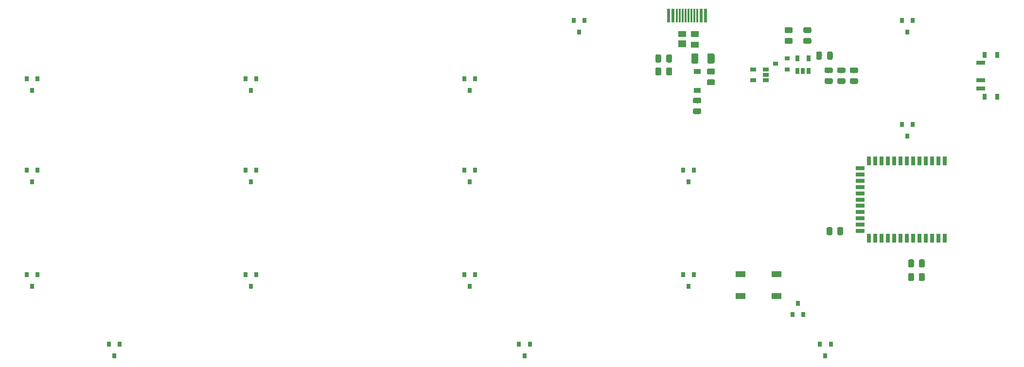
<source format=gbr>
G04 #@! TF.GenerationSoftware,KiCad,Pcbnew,(5.1.4-0)*
G04 #@! TF.CreationDate,2021-05-12T17:49:12+10:00*
G04 #@! TF.ProjectId,ble,626c652e-6b69-4636-9164-5f7063625858,rev?*
G04 #@! TF.SameCoordinates,Original*
G04 #@! TF.FileFunction,Paste,Bot*
G04 #@! TF.FilePolarity,Positive*
%FSLAX46Y46*%
G04 Gerber Fmt 4.6, Leading zero omitted, Abs format (unit mm)*
G04 Created by KiCad (PCBNEW (5.1.4-0)) date 2021-05-12 17:49:12*
%MOMM*%
%LPD*%
G04 APERTURE LIST*
%ADD10R,1.700000X1.000000*%
%ADD11R,0.700000X1.524000*%
%ADD12R,1.524000X0.700000*%
%ADD13R,1.400000X1.000000*%
%ADD14R,1.400000X1.200000*%
%ADD15R,0.800000X0.900000*%
%ADD16C,0.200000*%
%ADD17C,0.975000*%
%ADD18R,0.800000X1.000000*%
%ADD19R,1.500000X0.700000*%
%ADD20R,0.600000X2.450000*%
%ADD21R,0.300000X2.450000*%
%ADD22R,0.650000X1.060000*%
%ADD23R,1.060000X0.650000*%
%ADD24R,0.900000X0.800000*%
%ADD25C,1.250000*%
%ADD26R,1.200000X0.900000*%
G04 APERTURE END LIST*
D10*
X139150000Y-41600000D03*
X132850000Y-41600000D03*
X139150000Y-45400000D03*
X132850000Y-45400000D03*
D11*
X168418750Y-21825000D03*
X167318750Y-21825000D03*
X166218750Y-21825000D03*
X165118750Y-21825000D03*
X164018750Y-21825000D03*
X162918750Y-21825000D03*
X161818750Y-21825000D03*
X160718750Y-21825000D03*
X159618750Y-21825000D03*
X158518750Y-21825000D03*
X157418750Y-21825000D03*
X156318750Y-21825000D03*
X155218750Y-21825000D03*
D12*
X153718750Y-23075000D03*
X153718750Y-24175000D03*
X153718750Y-25275000D03*
X153718750Y-26375000D03*
X153718750Y-27475000D03*
X153718750Y-28575000D03*
X153718750Y-29675000D03*
X153718750Y-30775000D03*
X153718750Y-31875000D03*
X153718750Y-32975000D03*
X153718750Y-34075000D03*
D11*
X155218750Y-35325000D03*
X156318750Y-35325000D03*
X157418750Y-35325000D03*
X158518750Y-35325000D03*
X159618750Y-35325000D03*
X160718750Y-35325000D03*
X161818750Y-35325000D03*
X162918750Y-35325000D03*
X164018750Y-35325000D03*
X165118750Y-35325000D03*
X166218750Y-35325000D03*
X167318750Y-35325000D03*
X168418750Y-35325000D03*
D13*
X124925000Y-1625000D03*
X124925000Y275000D03*
X122725000Y275000D03*
D14*
X122725000Y-1445000D03*
D15*
X104775000Y587500D03*
X105725000Y2587500D03*
X103825000Y2587500D03*
D16*
G36*
X141730142Y1423826D02*
G01*
X141753803Y1420316D01*
X141777007Y1414504D01*
X141799529Y1406446D01*
X141821153Y1396218D01*
X141841670Y1383921D01*
X141860883Y1369671D01*
X141878607Y1353607D01*
X141894671Y1335883D01*
X141908921Y1316670D01*
X141921218Y1296153D01*
X141931446Y1274529D01*
X141939504Y1252007D01*
X141945316Y1228803D01*
X141948826Y1205142D01*
X141950000Y1181250D01*
X141950000Y693750D01*
X141948826Y669858D01*
X141945316Y646197D01*
X141939504Y622993D01*
X141931446Y600471D01*
X141921218Y578847D01*
X141908921Y558330D01*
X141894671Y539117D01*
X141878607Y521393D01*
X141860883Y505329D01*
X141841670Y491079D01*
X141821153Y478782D01*
X141799529Y468554D01*
X141777007Y460496D01*
X141753803Y454684D01*
X141730142Y451174D01*
X141706250Y450000D01*
X140793750Y450000D01*
X140769858Y451174D01*
X140746197Y454684D01*
X140722993Y460496D01*
X140700471Y468554D01*
X140678847Y478782D01*
X140658330Y491079D01*
X140639117Y505329D01*
X140621393Y521393D01*
X140605329Y539117D01*
X140591079Y558330D01*
X140578782Y578847D01*
X140568554Y600471D01*
X140560496Y622993D01*
X140554684Y646197D01*
X140551174Y669858D01*
X140550000Y693750D01*
X140550000Y1181250D01*
X140551174Y1205142D01*
X140554684Y1228803D01*
X140560496Y1252007D01*
X140568554Y1274529D01*
X140578782Y1296153D01*
X140591079Y1316670D01*
X140605329Y1335883D01*
X140621393Y1353607D01*
X140639117Y1369671D01*
X140658330Y1383921D01*
X140678847Y1396218D01*
X140700471Y1406446D01*
X140722993Y1414504D01*
X140746197Y1420316D01*
X140769858Y1423826D01*
X140793750Y1425000D01*
X141706250Y1425000D01*
X141730142Y1423826D01*
X141730142Y1423826D01*
G37*
D17*
X141250000Y937500D03*
D16*
G36*
X141730142Y-451174D02*
G01*
X141753803Y-454684D01*
X141777007Y-460496D01*
X141799529Y-468554D01*
X141821153Y-478782D01*
X141841670Y-491079D01*
X141860883Y-505329D01*
X141878607Y-521393D01*
X141894671Y-539117D01*
X141908921Y-558330D01*
X141921218Y-578847D01*
X141931446Y-600471D01*
X141939504Y-622993D01*
X141945316Y-646197D01*
X141948826Y-669858D01*
X141950000Y-693750D01*
X141950000Y-1181250D01*
X141948826Y-1205142D01*
X141945316Y-1228803D01*
X141939504Y-1252007D01*
X141931446Y-1274529D01*
X141921218Y-1296153D01*
X141908921Y-1316670D01*
X141894671Y-1335883D01*
X141878607Y-1353607D01*
X141860883Y-1369671D01*
X141841670Y-1383921D01*
X141821153Y-1396218D01*
X141799529Y-1406446D01*
X141777007Y-1414504D01*
X141753803Y-1420316D01*
X141730142Y-1423826D01*
X141706250Y-1425000D01*
X140793750Y-1425000D01*
X140769858Y-1423826D01*
X140746197Y-1420316D01*
X140722993Y-1414504D01*
X140700471Y-1406446D01*
X140678847Y-1396218D01*
X140658330Y-1383921D01*
X140639117Y-1369671D01*
X140621393Y-1353607D01*
X140605329Y-1335883D01*
X140591079Y-1316670D01*
X140578782Y-1296153D01*
X140568554Y-1274529D01*
X140560496Y-1252007D01*
X140554684Y-1228803D01*
X140551174Y-1205142D01*
X140550000Y-1181250D01*
X140550000Y-693750D01*
X140551174Y-669858D01*
X140554684Y-646197D01*
X140560496Y-622993D01*
X140568554Y-600471D01*
X140578782Y-578847D01*
X140591079Y-558330D01*
X140605329Y-539117D01*
X140621393Y-521393D01*
X140639117Y-505329D01*
X140658330Y-491079D01*
X140678847Y-478782D01*
X140700471Y-468554D01*
X140722993Y-460496D01*
X140746197Y-454684D01*
X140769858Y-451174D01*
X140793750Y-450000D01*
X141706250Y-450000D01*
X141730142Y-451174D01*
X141730142Y-451174D01*
G37*
D17*
X141250000Y-937500D03*
D18*
X175370000Y-3350000D03*
X175370000Y-10650000D03*
X177580000Y-10650000D03*
X177580000Y-3350000D03*
D19*
X174720000Y-9250000D03*
X174720000Y-7750000D03*
X174720000Y-4750000D03*
D15*
X147637500Y-55768750D03*
X148587500Y-53768750D03*
X146687500Y-53768750D03*
X95250000Y-55768750D03*
X96200000Y-53768750D03*
X94300000Y-53768750D03*
X23812500Y-55768750D03*
X24762500Y-53768750D03*
X22862500Y-53768750D03*
X142875000Y-46625000D03*
X141925000Y-48625000D03*
X143825000Y-48625000D03*
X123825000Y-43656250D03*
X124775000Y-41656250D03*
X122875000Y-41656250D03*
X85725000Y-43656250D03*
X86675000Y-41656250D03*
X84775000Y-41656250D03*
X47625000Y-43656250D03*
X48575000Y-41656250D03*
X46675000Y-41656250D03*
X9525000Y-43656250D03*
X10475000Y-41656250D03*
X8575000Y-41656250D03*
X161925000Y-17510000D03*
X162875000Y-15510000D03*
X160975000Y-15510000D03*
X123825000Y-25460000D03*
X124775000Y-23460000D03*
X122875000Y-23460000D03*
X85725000Y-25460000D03*
X86675000Y-23460000D03*
X84775000Y-23460000D03*
X47625000Y-25460000D03*
X48575000Y-23460000D03*
X46675000Y-23460000D03*
X9525000Y-25475000D03*
X10475000Y-23475000D03*
X8575000Y-23475000D03*
X161925000Y587500D03*
X162875000Y2587500D03*
X160975000Y2587500D03*
X85725000Y-9525000D03*
X86675000Y-7525000D03*
X84775000Y-7525000D03*
X47625000Y-9525000D03*
X48575000Y-7525000D03*
X46675000Y-7525000D03*
X9525000Y-9525000D03*
X10475000Y-7525000D03*
X8575000Y-7525000D03*
D20*
X126795000Y3475000D03*
X120345000Y3475000D03*
X126020000Y3475000D03*
X121120000Y3475000D03*
D21*
X121820000Y3475000D03*
X125320000Y3475000D03*
X122320000Y3475000D03*
X124820000Y3475000D03*
X122820000Y3475000D03*
X124320000Y3475000D03*
X123820000Y3475000D03*
X123320000Y3475000D03*
D22*
X144700000Y-4000000D03*
X142800000Y-4000000D03*
X142800000Y-6200000D03*
X143750000Y-6200000D03*
X144700000Y-6200000D03*
D23*
X135050000Y-5900000D03*
X135050000Y-7800000D03*
X137250000Y-7800000D03*
X137250000Y-6850000D03*
X137250000Y-5900000D03*
D16*
G36*
X164717642Y-41369924D02*
G01*
X164741303Y-41373434D01*
X164764507Y-41379246D01*
X164787029Y-41387304D01*
X164808653Y-41397532D01*
X164829170Y-41409829D01*
X164848383Y-41424079D01*
X164866107Y-41440143D01*
X164882171Y-41457867D01*
X164896421Y-41477080D01*
X164908718Y-41497597D01*
X164918946Y-41519221D01*
X164927004Y-41541743D01*
X164932816Y-41564947D01*
X164936326Y-41588608D01*
X164937500Y-41612500D01*
X164937500Y-42525000D01*
X164936326Y-42548892D01*
X164932816Y-42572553D01*
X164927004Y-42595757D01*
X164918946Y-42618279D01*
X164908718Y-42639903D01*
X164896421Y-42660420D01*
X164882171Y-42679633D01*
X164866107Y-42697357D01*
X164848383Y-42713421D01*
X164829170Y-42727671D01*
X164808653Y-42739968D01*
X164787029Y-42750196D01*
X164764507Y-42758254D01*
X164741303Y-42764066D01*
X164717642Y-42767576D01*
X164693750Y-42768750D01*
X164206250Y-42768750D01*
X164182358Y-42767576D01*
X164158697Y-42764066D01*
X164135493Y-42758254D01*
X164112971Y-42750196D01*
X164091347Y-42739968D01*
X164070830Y-42727671D01*
X164051617Y-42713421D01*
X164033893Y-42697357D01*
X164017829Y-42679633D01*
X164003579Y-42660420D01*
X163991282Y-42639903D01*
X163981054Y-42618279D01*
X163972996Y-42595757D01*
X163967184Y-42572553D01*
X163963674Y-42548892D01*
X163962500Y-42525000D01*
X163962500Y-41612500D01*
X163963674Y-41588608D01*
X163967184Y-41564947D01*
X163972996Y-41541743D01*
X163981054Y-41519221D01*
X163991282Y-41497597D01*
X164003579Y-41477080D01*
X164017829Y-41457867D01*
X164033893Y-41440143D01*
X164051617Y-41424079D01*
X164070830Y-41409829D01*
X164091347Y-41397532D01*
X164112971Y-41387304D01*
X164135493Y-41379246D01*
X164158697Y-41373434D01*
X164182358Y-41369924D01*
X164206250Y-41368750D01*
X164693750Y-41368750D01*
X164717642Y-41369924D01*
X164717642Y-41369924D01*
G37*
D17*
X164450000Y-42068750D03*
D16*
G36*
X162842642Y-41369924D02*
G01*
X162866303Y-41373434D01*
X162889507Y-41379246D01*
X162912029Y-41387304D01*
X162933653Y-41397532D01*
X162954170Y-41409829D01*
X162973383Y-41424079D01*
X162991107Y-41440143D01*
X163007171Y-41457867D01*
X163021421Y-41477080D01*
X163033718Y-41497597D01*
X163043946Y-41519221D01*
X163052004Y-41541743D01*
X163057816Y-41564947D01*
X163061326Y-41588608D01*
X163062500Y-41612500D01*
X163062500Y-42525000D01*
X163061326Y-42548892D01*
X163057816Y-42572553D01*
X163052004Y-42595757D01*
X163043946Y-42618279D01*
X163033718Y-42639903D01*
X163021421Y-42660420D01*
X163007171Y-42679633D01*
X162991107Y-42697357D01*
X162973383Y-42713421D01*
X162954170Y-42727671D01*
X162933653Y-42739968D01*
X162912029Y-42750196D01*
X162889507Y-42758254D01*
X162866303Y-42764066D01*
X162842642Y-42767576D01*
X162818750Y-42768750D01*
X162331250Y-42768750D01*
X162307358Y-42767576D01*
X162283697Y-42764066D01*
X162260493Y-42758254D01*
X162237971Y-42750196D01*
X162216347Y-42739968D01*
X162195830Y-42727671D01*
X162176617Y-42713421D01*
X162158893Y-42697357D01*
X162142829Y-42679633D01*
X162128579Y-42660420D01*
X162116282Y-42639903D01*
X162106054Y-42618279D01*
X162097996Y-42595757D01*
X162092184Y-42572553D01*
X162088674Y-42548892D01*
X162087500Y-42525000D01*
X162087500Y-41612500D01*
X162088674Y-41588608D01*
X162092184Y-41564947D01*
X162097996Y-41541743D01*
X162106054Y-41519221D01*
X162116282Y-41497597D01*
X162128579Y-41477080D01*
X162142829Y-41457867D01*
X162158893Y-41440143D01*
X162176617Y-41424079D01*
X162195830Y-41409829D01*
X162216347Y-41397532D01*
X162237971Y-41387304D01*
X162260493Y-41379246D01*
X162283697Y-41373434D01*
X162307358Y-41369924D01*
X162331250Y-41368750D01*
X162818750Y-41368750D01*
X162842642Y-41369924D01*
X162842642Y-41369924D01*
G37*
D17*
X162575000Y-42068750D03*
D16*
G36*
X153110142Y-7451174D02*
G01*
X153133803Y-7454684D01*
X153157007Y-7460496D01*
X153179529Y-7468554D01*
X153201153Y-7478782D01*
X153221670Y-7491079D01*
X153240883Y-7505329D01*
X153258607Y-7521393D01*
X153274671Y-7539117D01*
X153288921Y-7558330D01*
X153301218Y-7578847D01*
X153311446Y-7600471D01*
X153319504Y-7622993D01*
X153325316Y-7646197D01*
X153328826Y-7669858D01*
X153330000Y-7693750D01*
X153330000Y-8181250D01*
X153328826Y-8205142D01*
X153325316Y-8228803D01*
X153319504Y-8252007D01*
X153311446Y-8274529D01*
X153301218Y-8296153D01*
X153288921Y-8316670D01*
X153274671Y-8335883D01*
X153258607Y-8353607D01*
X153240883Y-8369671D01*
X153221670Y-8383921D01*
X153201153Y-8396218D01*
X153179529Y-8406446D01*
X153157007Y-8414504D01*
X153133803Y-8420316D01*
X153110142Y-8423826D01*
X153086250Y-8425000D01*
X152173750Y-8425000D01*
X152149858Y-8423826D01*
X152126197Y-8420316D01*
X152102993Y-8414504D01*
X152080471Y-8406446D01*
X152058847Y-8396218D01*
X152038330Y-8383921D01*
X152019117Y-8369671D01*
X152001393Y-8353607D01*
X151985329Y-8335883D01*
X151971079Y-8316670D01*
X151958782Y-8296153D01*
X151948554Y-8274529D01*
X151940496Y-8252007D01*
X151934684Y-8228803D01*
X151931174Y-8205142D01*
X151930000Y-8181250D01*
X151930000Y-7693750D01*
X151931174Y-7669858D01*
X151934684Y-7646197D01*
X151940496Y-7622993D01*
X151948554Y-7600471D01*
X151958782Y-7578847D01*
X151971079Y-7558330D01*
X151985329Y-7539117D01*
X152001393Y-7521393D01*
X152019117Y-7505329D01*
X152038330Y-7491079D01*
X152058847Y-7478782D01*
X152080471Y-7468554D01*
X152102993Y-7460496D01*
X152126197Y-7454684D01*
X152149858Y-7451174D01*
X152173750Y-7450000D01*
X153086250Y-7450000D01*
X153110142Y-7451174D01*
X153110142Y-7451174D01*
G37*
D17*
X152630000Y-7937500D03*
D16*
G36*
X153110142Y-5576174D02*
G01*
X153133803Y-5579684D01*
X153157007Y-5585496D01*
X153179529Y-5593554D01*
X153201153Y-5603782D01*
X153221670Y-5616079D01*
X153240883Y-5630329D01*
X153258607Y-5646393D01*
X153274671Y-5664117D01*
X153288921Y-5683330D01*
X153301218Y-5703847D01*
X153311446Y-5725471D01*
X153319504Y-5747993D01*
X153325316Y-5771197D01*
X153328826Y-5794858D01*
X153330000Y-5818750D01*
X153330000Y-6306250D01*
X153328826Y-6330142D01*
X153325316Y-6353803D01*
X153319504Y-6377007D01*
X153311446Y-6399529D01*
X153301218Y-6421153D01*
X153288921Y-6441670D01*
X153274671Y-6460883D01*
X153258607Y-6478607D01*
X153240883Y-6494671D01*
X153221670Y-6508921D01*
X153201153Y-6521218D01*
X153179529Y-6531446D01*
X153157007Y-6539504D01*
X153133803Y-6545316D01*
X153110142Y-6548826D01*
X153086250Y-6550000D01*
X152173750Y-6550000D01*
X152149858Y-6548826D01*
X152126197Y-6545316D01*
X152102993Y-6539504D01*
X152080471Y-6531446D01*
X152058847Y-6521218D01*
X152038330Y-6508921D01*
X152019117Y-6494671D01*
X152001393Y-6478607D01*
X151985329Y-6460883D01*
X151971079Y-6441670D01*
X151958782Y-6421153D01*
X151948554Y-6399529D01*
X151940496Y-6377007D01*
X151934684Y-6353803D01*
X151931174Y-6330142D01*
X151930000Y-6306250D01*
X151930000Y-5818750D01*
X151931174Y-5794858D01*
X151934684Y-5771197D01*
X151940496Y-5747993D01*
X151948554Y-5725471D01*
X151958782Y-5703847D01*
X151971079Y-5683330D01*
X151985329Y-5664117D01*
X152001393Y-5646393D01*
X152019117Y-5630329D01*
X152038330Y-5616079D01*
X152058847Y-5603782D01*
X152080471Y-5593554D01*
X152102993Y-5585496D01*
X152126197Y-5579684D01*
X152149858Y-5576174D01*
X152173750Y-5575000D01*
X153086250Y-5575000D01*
X153110142Y-5576174D01*
X153110142Y-5576174D01*
G37*
D17*
X152630000Y-6062500D03*
D16*
G36*
X150910142Y-5576174D02*
G01*
X150933803Y-5579684D01*
X150957007Y-5585496D01*
X150979529Y-5593554D01*
X151001153Y-5603782D01*
X151021670Y-5616079D01*
X151040883Y-5630329D01*
X151058607Y-5646393D01*
X151074671Y-5664117D01*
X151088921Y-5683330D01*
X151101218Y-5703847D01*
X151111446Y-5725471D01*
X151119504Y-5747993D01*
X151125316Y-5771197D01*
X151128826Y-5794858D01*
X151130000Y-5818750D01*
X151130000Y-6306250D01*
X151128826Y-6330142D01*
X151125316Y-6353803D01*
X151119504Y-6377007D01*
X151111446Y-6399529D01*
X151101218Y-6421153D01*
X151088921Y-6441670D01*
X151074671Y-6460883D01*
X151058607Y-6478607D01*
X151040883Y-6494671D01*
X151021670Y-6508921D01*
X151001153Y-6521218D01*
X150979529Y-6531446D01*
X150957007Y-6539504D01*
X150933803Y-6545316D01*
X150910142Y-6548826D01*
X150886250Y-6550000D01*
X149973750Y-6550000D01*
X149949858Y-6548826D01*
X149926197Y-6545316D01*
X149902993Y-6539504D01*
X149880471Y-6531446D01*
X149858847Y-6521218D01*
X149838330Y-6508921D01*
X149819117Y-6494671D01*
X149801393Y-6478607D01*
X149785329Y-6460883D01*
X149771079Y-6441670D01*
X149758782Y-6421153D01*
X149748554Y-6399529D01*
X149740496Y-6377007D01*
X149734684Y-6353803D01*
X149731174Y-6330142D01*
X149730000Y-6306250D01*
X149730000Y-5818750D01*
X149731174Y-5794858D01*
X149734684Y-5771197D01*
X149740496Y-5747993D01*
X149748554Y-5725471D01*
X149758782Y-5703847D01*
X149771079Y-5683330D01*
X149785329Y-5664117D01*
X149801393Y-5646393D01*
X149819117Y-5630329D01*
X149838330Y-5616079D01*
X149858847Y-5603782D01*
X149880471Y-5593554D01*
X149902993Y-5585496D01*
X149926197Y-5579684D01*
X149949858Y-5576174D01*
X149973750Y-5575000D01*
X150886250Y-5575000D01*
X150910142Y-5576174D01*
X150910142Y-5576174D01*
G37*
D17*
X150430000Y-6062500D03*
D16*
G36*
X150910142Y-7451174D02*
G01*
X150933803Y-7454684D01*
X150957007Y-7460496D01*
X150979529Y-7468554D01*
X151001153Y-7478782D01*
X151021670Y-7491079D01*
X151040883Y-7505329D01*
X151058607Y-7521393D01*
X151074671Y-7539117D01*
X151088921Y-7558330D01*
X151101218Y-7578847D01*
X151111446Y-7600471D01*
X151119504Y-7622993D01*
X151125316Y-7646197D01*
X151128826Y-7669858D01*
X151130000Y-7693750D01*
X151130000Y-8181250D01*
X151128826Y-8205142D01*
X151125316Y-8228803D01*
X151119504Y-8252007D01*
X151111446Y-8274529D01*
X151101218Y-8296153D01*
X151088921Y-8316670D01*
X151074671Y-8335883D01*
X151058607Y-8353607D01*
X151040883Y-8369671D01*
X151021670Y-8383921D01*
X151001153Y-8396218D01*
X150979529Y-8406446D01*
X150957007Y-8414504D01*
X150933803Y-8420316D01*
X150910142Y-8423826D01*
X150886250Y-8425000D01*
X149973750Y-8425000D01*
X149949858Y-8423826D01*
X149926197Y-8420316D01*
X149902993Y-8414504D01*
X149880471Y-8406446D01*
X149858847Y-8396218D01*
X149838330Y-8383921D01*
X149819117Y-8369671D01*
X149801393Y-8353607D01*
X149785329Y-8335883D01*
X149771079Y-8316670D01*
X149758782Y-8296153D01*
X149748554Y-8274529D01*
X149740496Y-8252007D01*
X149734684Y-8228803D01*
X149731174Y-8205142D01*
X149730000Y-8181250D01*
X149730000Y-7693750D01*
X149731174Y-7669858D01*
X149734684Y-7646197D01*
X149740496Y-7622993D01*
X149748554Y-7600471D01*
X149758782Y-7578847D01*
X149771079Y-7558330D01*
X149785329Y-7539117D01*
X149801393Y-7521393D01*
X149819117Y-7505329D01*
X149838330Y-7491079D01*
X149858847Y-7478782D01*
X149880471Y-7468554D01*
X149902993Y-7460496D01*
X149926197Y-7454684D01*
X149949858Y-7451174D01*
X149973750Y-7450000D01*
X150886250Y-7450000D01*
X150910142Y-7451174D01*
X150910142Y-7451174D01*
G37*
D17*
X150430000Y-7937500D03*
D16*
G36*
X144980142Y1423826D02*
G01*
X145003803Y1420316D01*
X145027007Y1414504D01*
X145049529Y1406446D01*
X145071153Y1396218D01*
X145091670Y1383921D01*
X145110883Y1369671D01*
X145128607Y1353607D01*
X145144671Y1335883D01*
X145158921Y1316670D01*
X145171218Y1296153D01*
X145181446Y1274529D01*
X145189504Y1252007D01*
X145195316Y1228803D01*
X145198826Y1205142D01*
X145200000Y1181250D01*
X145200000Y693750D01*
X145198826Y669858D01*
X145195316Y646197D01*
X145189504Y622993D01*
X145181446Y600471D01*
X145171218Y578847D01*
X145158921Y558330D01*
X145144671Y539117D01*
X145128607Y521393D01*
X145110883Y505329D01*
X145091670Y491079D01*
X145071153Y478782D01*
X145049529Y468554D01*
X145027007Y460496D01*
X145003803Y454684D01*
X144980142Y451174D01*
X144956250Y450000D01*
X144043750Y450000D01*
X144019858Y451174D01*
X143996197Y454684D01*
X143972993Y460496D01*
X143950471Y468554D01*
X143928847Y478782D01*
X143908330Y491079D01*
X143889117Y505329D01*
X143871393Y521393D01*
X143855329Y539117D01*
X143841079Y558330D01*
X143828782Y578847D01*
X143818554Y600471D01*
X143810496Y622993D01*
X143804684Y646197D01*
X143801174Y669858D01*
X143800000Y693750D01*
X143800000Y1181250D01*
X143801174Y1205142D01*
X143804684Y1228803D01*
X143810496Y1252007D01*
X143818554Y1274529D01*
X143828782Y1296153D01*
X143841079Y1316670D01*
X143855329Y1335883D01*
X143871393Y1353607D01*
X143889117Y1369671D01*
X143908330Y1383921D01*
X143928847Y1396218D01*
X143950471Y1406446D01*
X143972993Y1414504D01*
X143996197Y1420316D01*
X144019858Y1423826D01*
X144043750Y1425000D01*
X144956250Y1425000D01*
X144980142Y1423826D01*
X144980142Y1423826D01*
G37*
D17*
X144500000Y937500D03*
D16*
G36*
X144980142Y-451174D02*
G01*
X145003803Y-454684D01*
X145027007Y-460496D01*
X145049529Y-468554D01*
X145071153Y-478782D01*
X145091670Y-491079D01*
X145110883Y-505329D01*
X145128607Y-521393D01*
X145144671Y-539117D01*
X145158921Y-558330D01*
X145171218Y-578847D01*
X145181446Y-600471D01*
X145189504Y-622993D01*
X145195316Y-646197D01*
X145198826Y-669858D01*
X145200000Y-693750D01*
X145200000Y-1181250D01*
X145198826Y-1205142D01*
X145195316Y-1228803D01*
X145189504Y-1252007D01*
X145181446Y-1274529D01*
X145171218Y-1296153D01*
X145158921Y-1316670D01*
X145144671Y-1335883D01*
X145128607Y-1353607D01*
X145110883Y-1369671D01*
X145091670Y-1383921D01*
X145071153Y-1396218D01*
X145049529Y-1406446D01*
X145027007Y-1414504D01*
X145003803Y-1420316D01*
X144980142Y-1423826D01*
X144956250Y-1425000D01*
X144043750Y-1425000D01*
X144019858Y-1423826D01*
X143996197Y-1420316D01*
X143972993Y-1414504D01*
X143950471Y-1406446D01*
X143928847Y-1396218D01*
X143908330Y-1383921D01*
X143889117Y-1369671D01*
X143871393Y-1353607D01*
X143855329Y-1335883D01*
X143841079Y-1316670D01*
X143828782Y-1296153D01*
X143818554Y-1274529D01*
X143810496Y-1252007D01*
X143804684Y-1228803D01*
X143801174Y-1205142D01*
X143800000Y-1181250D01*
X143800000Y-693750D01*
X143801174Y-669858D01*
X143804684Y-646197D01*
X143810496Y-622993D01*
X143818554Y-600471D01*
X143828782Y-578847D01*
X143841079Y-558330D01*
X143855329Y-539117D01*
X143871393Y-521393D01*
X143889117Y-505329D01*
X143908330Y-491079D01*
X143928847Y-478782D01*
X143950471Y-468554D01*
X143972993Y-460496D01*
X143996197Y-454684D01*
X144019858Y-451174D01*
X144043750Y-450000D01*
X144956250Y-450000D01*
X144980142Y-451174D01*
X144980142Y-451174D01*
G37*
D17*
X144500000Y-937500D03*
D16*
G36*
X120705142Y-5551174D02*
G01*
X120728803Y-5554684D01*
X120752007Y-5560496D01*
X120774529Y-5568554D01*
X120796153Y-5578782D01*
X120816670Y-5591079D01*
X120835883Y-5605329D01*
X120853607Y-5621393D01*
X120869671Y-5639117D01*
X120883921Y-5658330D01*
X120896218Y-5678847D01*
X120906446Y-5700471D01*
X120914504Y-5722993D01*
X120920316Y-5746197D01*
X120923826Y-5769858D01*
X120925000Y-5793750D01*
X120925000Y-6706250D01*
X120923826Y-6730142D01*
X120920316Y-6753803D01*
X120914504Y-6777007D01*
X120906446Y-6799529D01*
X120896218Y-6821153D01*
X120883921Y-6841670D01*
X120869671Y-6860883D01*
X120853607Y-6878607D01*
X120835883Y-6894671D01*
X120816670Y-6908921D01*
X120796153Y-6921218D01*
X120774529Y-6931446D01*
X120752007Y-6939504D01*
X120728803Y-6945316D01*
X120705142Y-6948826D01*
X120681250Y-6950000D01*
X120193750Y-6950000D01*
X120169858Y-6948826D01*
X120146197Y-6945316D01*
X120122993Y-6939504D01*
X120100471Y-6931446D01*
X120078847Y-6921218D01*
X120058330Y-6908921D01*
X120039117Y-6894671D01*
X120021393Y-6878607D01*
X120005329Y-6860883D01*
X119991079Y-6841670D01*
X119978782Y-6821153D01*
X119968554Y-6799529D01*
X119960496Y-6777007D01*
X119954684Y-6753803D01*
X119951174Y-6730142D01*
X119950000Y-6706250D01*
X119950000Y-5793750D01*
X119951174Y-5769858D01*
X119954684Y-5746197D01*
X119960496Y-5722993D01*
X119968554Y-5700471D01*
X119978782Y-5678847D01*
X119991079Y-5658330D01*
X120005329Y-5639117D01*
X120021393Y-5621393D01*
X120039117Y-5605329D01*
X120058330Y-5591079D01*
X120078847Y-5578782D01*
X120100471Y-5568554D01*
X120122993Y-5560496D01*
X120146197Y-5554684D01*
X120169858Y-5551174D01*
X120193750Y-5550000D01*
X120681250Y-5550000D01*
X120705142Y-5551174D01*
X120705142Y-5551174D01*
G37*
D17*
X120437500Y-6250000D03*
D16*
G36*
X118830142Y-5551174D02*
G01*
X118853803Y-5554684D01*
X118877007Y-5560496D01*
X118899529Y-5568554D01*
X118921153Y-5578782D01*
X118941670Y-5591079D01*
X118960883Y-5605329D01*
X118978607Y-5621393D01*
X118994671Y-5639117D01*
X119008921Y-5658330D01*
X119021218Y-5678847D01*
X119031446Y-5700471D01*
X119039504Y-5722993D01*
X119045316Y-5746197D01*
X119048826Y-5769858D01*
X119050000Y-5793750D01*
X119050000Y-6706250D01*
X119048826Y-6730142D01*
X119045316Y-6753803D01*
X119039504Y-6777007D01*
X119031446Y-6799529D01*
X119021218Y-6821153D01*
X119008921Y-6841670D01*
X118994671Y-6860883D01*
X118978607Y-6878607D01*
X118960883Y-6894671D01*
X118941670Y-6908921D01*
X118921153Y-6921218D01*
X118899529Y-6931446D01*
X118877007Y-6939504D01*
X118853803Y-6945316D01*
X118830142Y-6948826D01*
X118806250Y-6950000D01*
X118318750Y-6950000D01*
X118294858Y-6948826D01*
X118271197Y-6945316D01*
X118247993Y-6939504D01*
X118225471Y-6931446D01*
X118203847Y-6921218D01*
X118183330Y-6908921D01*
X118164117Y-6894671D01*
X118146393Y-6878607D01*
X118130329Y-6860883D01*
X118116079Y-6841670D01*
X118103782Y-6821153D01*
X118093554Y-6799529D01*
X118085496Y-6777007D01*
X118079684Y-6753803D01*
X118076174Y-6730142D01*
X118075000Y-6706250D01*
X118075000Y-5793750D01*
X118076174Y-5769858D01*
X118079684Y-5746197D01*
X118085496Y-5722993D01*
X118093554Y-5700471D01*
X118103782Y-5678847D01*
X118116079Y-5658330D01*
X118130329Y-5639117D01*
X118146393Y-5621393D01*
X118164117Y-5605329D01*
X118183330Y-5591079D01*
X118203847Y-5578782D01*
X118225471Y-5568554D01*
X118247993Y-5560496D01*
X118271197Y-5554684D01*
X118294858Y-5551174D01*
X118318750Y-5550000D01*
X118806250Y-5550000D01*
X118830142Y-5551174D01*
X118830142Y-5551174D01*
G37*
D17*
X118562500Y-6250000D03*
D16*
G36*
X146830142Y-2801174D02*
G01*
X146853803Y-2804684D01*
X146877007Y-2810496D01*
X146899529Y-2818554D01*
X146921153Y-2828782D01*
X146941670Y-2841079D01*
X146960883Y-2855329D01*
X146978607Y-2871393D01*
X146994671Y-2889117D01*
X147008921Y-2908330D01*
X147021218Y-2928847D01*
X147031446Y-2950471D01*
X147039504Y-2972993D01*
X147045316Y-2996197D01*
X147048826Y-3019858D01*
X147050000Y-3043750D01*
X147050000Y-3956250D01*
X147048826Y-3980142D01*
X147045316Y-4003803D01*
X147039504Y-4027007D01*
X147031446Y-4049529D01*
X147021218Y-4071153D01*
X147008921Y-4091670D01*
X146994671Y-4110883D01*
X146978607Y-4128607D01*
X146960883Y-4144671D01*
X146941670Y-4158921D01*
X146921153Y-4171218D01*
X146899529Y-4181446D01*
X146877007Y-4189504D01*
X146853803Y-4195316D01*
X146830142Y-4198826D01*
X146806250Y-4200000D01*
X146318750Y-4200000D01*
X146294858Y-4198826D01*
X146271197Y-4195316D01*
X146247993Y-4189504D01*
X146225471Y-4181446D01*
X146203847Y-4171218D01*
X146183330Y-4158921D01*
X146164117Y-4144671D01*
X146146393Y-4128607D01*
X146130329Y-4110883D01*
X146116079Y-4091670D01*
X146103782Y-4071153D01*
X146093554Y-4049529D01*
X146085496Y-4027007D01*
X146079684Y-4003803D01*
X146076174Y-3980142D01*
X146075000Y-3956250D01*
X146075000Y-3043750D01*
X146076174Y-3019858D01*
X146079684Y-2996197D01*
X146085496Y-2972993D01*
X146093554Y-2950471D01*
X146103782Y-2928847D01*
X146116079Y-2908330D01*
X146130329Y-2889117D01*
X146146393Y-2871393D01*
X146164117Y-2855329D01*
X146183330Y-2841079D01*
X146203847Y-2828782D01*
X146225471Y-2818554D01*
X146247993Y-2810496D01*
X146271197Y-2804684D01*
X146294858Y-2801174D01*
X146318750Y-2800000D01*
X146806250Y-2800000D01*
X146830142Y-2801174D01*
X146830142Y-2801174D01*
G37*
D17*
X146562500Y-3500000D03*
D16*
G36*
X148705142Y-2801174D02*
G01*
X148728803Y-2804684D01*
X148752007Y-2810496D01*
X148774529Y-2818554D01*
X148796153Y-2828782D01*
X148816670Y-2841079D01*
X148835883Y-2855329D01*
X148853607Y-2871393D01*
X148869671Y-2889117D01*
X148883921Y-2908330D01*
X148896218Y-2928847D01*
X148906446Y-2950471D01*
X148914504Y-2972993D01*
X148920316Y-2996197D01*
X148923826Y-3019858D01*
X148925000Y-3043750D01*
X148925000Y-3956250D01*
X148923826Y-3980142D01*
X148920316Y-4003803D01*
X148914504Y-4027007D01*
X148906446Y-4049529D01*
X148896218Y-4071153D01*
X148883921Y-4091670D01*
X148869671Y-4110883D01*
X148853607Y-4128607D01*
X148835883Y-4144671D01*
X148816670Y-4158921D01*
X148796153Y-4171218D01*
X148774529Y-4181446D01*
X148752007Y-4189504D01*
X148728803Y-4195316D01*
X148705142Y-4198826D01*
X148681250Y-4200000D01*
X148193750Y-4200000D01*
X148169858Y-4198826D01*
X148146197Y-4195316D01*
X148122993Y-4189504D01*
X148100471Y-4181446D01*
X148078847Y-4171218D01*
X148058330Y-4158921D01*
X148039117Y-4144671D01*
X148021393Y-4128607D01*
X148005329Y-4110883D01*
X147991079Y-4091670D01*
X147978782Y-4071153D01*
X147968554Y-4049529D01*
X147960496Y-4027007D01*
X147954684Y-4003803D01*
X147951174Y-3980142D01*
X147950000Y-3956250D01*
X147950000Y-3043750D01*
X147951174Y-3019858D01*
X147954684Y-2996197D01*
X147960496Y-2972993D01*
X147968554Y-2950471D01*
X147978782Y-2928847D01*
X147991079Y-2908330D01*
X148005329Y-2889117D01*
X148021393Y-2871393D01*
X148039117Y-2855329D01*
X148058330Y-2841079D01*
X148078847Y-2828782D01*
X148100471Y-2818554D01*
X148122993Y-2810496D01*
X148146197Y-2804684D01*
X148169858Y-2801174D01*
X148193750Y-2800000D01*
X148681250Y-2800000D01*
X148705142Y-2801174D01*
X148705142Y-2801174D01*
G37*
D17*
X148437500Y-3500000D03*
D16*
G36*
X128205142Y-7651174D02*
G01*
X128228803Y-7654684D01*
X128252007Y-7660496D01*
X128274529Y-7668554D01*
X128296153Y-7678782D01*
X128316670Y-7691079D01*
X128335883Y-7705329D01*
X128353607Y-7721393D01*
X128369671Y-7739117D01*
X128383921Y-7758330D01*
X128396218Y-7778847D01*
X128406446Y-7800471D01*
X128414504Y-7822993D01*
X128420316Y-7846197D01*
X128423826Y-7869858D01*
X128425000Y-7893750D01*
X128425000Y-8381250D01*
X128423826Y-8405142D01*
X128420316Y-8428803D01*
X128414504Y-8452007D01*
X128406446Y-8474529D01*
X128396218Y-8496153D01*
X128383921Y-8516670D01*
X128369671Y-8535883D01*
X128353607Y-8553607D01*
X128335883Y-8569671D01*
X128316670Y-8583921D01*
X128296153Y-8596218D01*
X128274529Y-8606446D01*
X128252007Y-8614504D01*
X128228803Y-8620316D01*
X128205142Y-8623826D01*
X128181250Y-8625000D01*
X127268750Y-8625000D01*
X127244858Y-8623826D01*
X127221197Y-8620316D01*
X127197993Y-8614504D01*
X127175471Y-8606446D01*
X127153847Y-8596218D01*
X127133330Y-8583921D01*
X127114117Y-8569671D01*
X127096393Y-8553607D01*
X127080329Y-8535883D01*
X127066079Y-8516670D01*
X127053782Y-8496153D01*
X127043554Y-8474529D01*
X127035496Y-8452007D01*
X127029684Y-8428803D01*
X127026174Y-8405142D01*
X127025000Y-8381250D01*
X127025000Y-7893750D01*
X127026174Y-7869858D01*
X127029684Y-7846197D01*
X127035496Y-7822993D01*
X127043554Y-7800471D01*
X127053782Y-7778847D01*
X127066079Y-7758330D01*
X127080329Y-7739117D01*
X127096393Y-7721393D01*
X127114117Y-7705329D01*
X127133330Y-7691079D01*
X127153847Y-7678782D01*
X127175471Y-7668554D01*
X127197993Y-7660496D01*
X127221197Y-7654684D01*
X127244858Y-7651174D01*
X127268750Y-7650000D01*
X128181250Y-7650000D01*
X128205142Y-7651174D01*
X128205142Y-7651174D01*
G37*
D17*
X127725000Y-8137500D03*
D16*
G36*
X128205142Y-5776174D02*
G01*
X128228803Y-5779684D01*
X128252007Y-5785496D01*
X128274529Y-5793554D01*
X128296153Y-5803782D01*
X128316670Y-5816079D01*
X128335883Y-5830329D01*
X128353607Y-5846393D01*
X128369671Y-5864117D01*
X128383921Y-5883330D01*
X128396218Y-5903847D01*
X128406446Y-5925471D01*
X128414504Y-5947993D01*
X128420316Y-5971197D01*
X128423826Y-5994858D01*
X128425000Y-6018750D01*
X128425000Y-6506250D01*
X128423826Y-6530142D01*
X128420316Y-6553803D01*
X128414504Y-6577007D01*
X128406446Y-6599529D01*
X128396218Y-6621153D01*
X128383921Y-6641670D01*
X128369671Y-6660883D01*
X128353607Y-6678607D01*
X128335883Y-6694671D01*
X128316670Y-6708921D01*
X128296153Y-6721218D01*
X128274529Y-6731446D01*
X128252007Y-6739504D01*
X128228803Y-6745316D01*
X128205142Y-6748826D01*
X128181250Y-6750000D01*
X127268750Y-6750000D01*
X127244858Y-6748826D01*
X127221197Y-6745316D01*
X127197993Y-6739504D01*
X127175471Y-6731446D01*
X127153847Y-6721218D01*
X127133330Y-6708921D01*
X127114117Y-6694671D01*
X127096393Y-6678607D01*
X127080329Y-6660883D01*
X127066079Y-6641670D01*
X127053782Y-6621153D01*
X127043554Y-6599529D01*
X127035496Y-6577007D01*
X127029684Y-6553803D01*
X127026174Y-6530142D01*
X127025000Y-6506250D01*
X127025000Y-6018750D01*
X127026174Y-5994858D01*
X127029684Y-5971197D01*
X127035496Y-5947993D01*
X127043554Y-5925471D01*
X127053782Y-5903847D01*
X127066079Y-5883330D01*
X127080329Y-5864117D01*
X127096393Y-5846393D01*
X127114117Y-5830329D01*
X127133330Y-5816079D01*
X127153847Y-5803782D01*
X127175471Y-5793554D01*
X127197993Y-5785496D01*
X127221197Y-5779684D01*
X127244858Y-5776174D01*
X127268750Y-5775000D01*
X128181250Y-5775000D01*
X128205142Y-5776174D01*
X128205142Y-5776174D01*
G37*
D17*
X127725000Y-6262500D03*
D16*
G36*
X118830142Y-3301174D02*
G01*
X118853803Y-3304684D01*
X118877007Y-3310496D01*
X118899529Y-3318554D01*
X118921153Y-3328782D01*
X118941670Y-3341079D01*
X118960883Y-3355329D01*
X118978607Y-3371393D01*
X118994671Y-3389117D01*
X119008921Y-3408330D01*
X119021218Y-3428847D01*
X119031446Y-3450471D01*
X119039504Y-3472993D01*
X119045316Y-3496197D01*
X119048826Y-3519858D01*
X119050000Y-3543750D01*
X119050000Y-4456250D01*
X119048826Y-4480142D01*
X119045316Y-4503803D01*
X119039504Y-4527007D01*
X119031446Y-4549529D01*
X119021218Y-4571153D01*
X119008921Y-4591670D01*
X118994671Y-4610883D01*
X118978607Y-4628607D01*
X118960883Y-4644671D01*
X118941670Y-4658921D01*
X118921153Y-4671218D01*
X118899529Y-4681446D01*
X118877007Y-4689504D01*
X118853803Y-4695316D01*
X118830142Y-4698826D01*
X118806250Y-4700000D01*
X118318750Y-4700000D01*
X118294858Y-4698826D01*
X118271197Y-4695316D01*
X118247993Y-4689504D01*
X118225471Y-4681446D01*
X118203847Y-4671218D01*
X118183330Y-4658921D01*
X118164117Y-4644671D01*
X118146393Y-4628607D01*
X118130329Y-4610883D01*
X118116079Y-4591670D01*
X118103782Y-4571153D01*
X118093554Y-4549529D01*
X118085496Y-4527007D01*
X118079684Y-4503803D01*
X118076174Y-4480142D01*
X118075000Y-4456250D01*
X118075000Y-3543750D01*
X118076174Y-3519858D01*
X118079684Y-3496197D01*
X118085496Y-3472993D01*
X118093554Y-3450471D01*
X118103782Y-3428847D01*
X118116079Y-3408330D01*
X118130329Y-3389117D01*
X118146393Y-3371393D01*
X118164117Y-3355329D01*
X118183330Y-3341079D01*
X118203847Y-3328782D01*
X118225471Y-3318554D01*
X118247993Y-3310496D01*
X118271197Y-3304684D01*
X118294858Y-3301174D01*
X118318750Y-3300000D01*
X118806250Y-3300000D01*
X118830142Y-3301174D01*
X118830142Y-3301174D01*
G37*
D17*
X118562500Y-4000000D03*
D16*
G36*
X120705142Y-3301174D02*
G01*
X120728803Y-3304684D01*
X120752007Y-3310496D01*
X120774529Y-3318554D01*
X120796153Y-3328782D01*
X120816670Y-3341079D01*
X120835883Y-3355329D01*
X120853607Y-3371393D01*
X120869671Y-3389117D01*
X120883921Y-3408330D01*
X120896218Y-3428847D01*
X120906446Y-3450471D01*
X120914504Y-3472993D01*
X120920316Y-3496197D01*
X120923826Y-3519858D01*
X120925000Y-3543750D01*
X120925000Y-4456250D01*
X120923826Y-4480142D01*
X120920316Y-4503803D01*
X120914504Y-4527007D01*
X120906446Y-4549529D01*
X120896218Y-4571153D01*
X120883921Y-4591670D01*
X120869671Y-4610883D01*
X120853607Y-4628607D01*
X120835883Y-4644671D01*
X120816670Y-4658921D01*
X120796153Y-4671218D01*
X120774529Y-4681446D01*
X120752007Y-4689504D01*
X120728803Y-4695316D01*
X120705142Y-4698826D01*
X120681250Y-4700000D01*
X120193750Y-4700000D01*
X120169858Y-4698826D01*
X120146197Y-4695316D01*
X120122993Y-4689504D01*
X120100471Y-4681446D01*
X120078847Y-4671218D01*
X120058330Y-4658921D01*
X120039117Y-4644671D01*
X120021393Y-4628607D01*
X120005329Y-4610883D01*
X119991079Y-4591670D01*
X119978782Y-4571153D01*
X119968554Y-4549529D01*
X119960496Y-4527007D01*
X119954684Y-4503803D01*
X119951174Y-4480142D01*
X119950000Y-4456250D01*
X119950000Y-3543750D01*
X119951174Y-3519858D01*
X119954684Y-3496197D01*
X119960496Y-3472993D01*
X119968554Y-3450471D01*
X119978782Y-3428847D01*
X119991079Y-3408330D01*
X120005329Y-3389117D01*
X120021393Y-3371393D01*
X120039117Y-3355329D01*
X120058330Y-3341079D01*
X120078847Y-3328782D01*
X120100471Y-3318554D01*
X120122993Y-3310496D01*
X120146197Y-3304684D01*
X120169858Y-3301174D01*
X120193750Y-3300000D01*
X120681250Y-3300000D01*
X120705142Y-3301174D01*
X120705142Y-3301174D01*
G37*
D17*
X120437500Y-4000000D03*
D24*
X139000000Y-4950000D03*
X141000000Y-5900000D03*
X141000000Y-4000000D03*
D16*
G36*
X125324504Y-3126204D02*
G01*
X125348773Y-3129804D01*
X125372571Y-3135765D01*
X125395671Y-3144030D01*
X125417849Y-3154520D01*
X125438893Y-3167133D01*
X125458598Y-3181747D01*
X125476777Y-3198223D01*
X125493253Y-3216402D01*
X125507867Y-3236107D01*
X125520480Y-3257151D01*
X125530970Y-3279329D01*
X125539235Y-3302429D01*
X125545196Y-3326227D01*
X125548796Y-3350496D01*
X125550000Y-3375000D01*
X125550000Y-4625000D01*
X125548796Y-4649504D01*
X125545196Y-4673773D01*
X125539235Y-4697571D01*
X125530970Y-4720671D01*
X125520480Y-4742849D01*
X125507867Y-4763893D01*
X125493253Y-4783598D01*
X125476777Y-4801777D01*
X125458598Y-4818253D01*
X125438893Y-4832867D01*
X125417849Y-4845480D01*
X125395671Y-4855970D01*
X125372571Y-4864235D01*
X125348773Y-4870196D01*
X125324504Y-4873796D01*
X125300000Y-4875000D01*
X124550000Y-4875000D01*
X124525496Y-4873796D01*
X124501227Y-4870196D01*
X124477429Y-4864235D01*
X124454329Y-4855970D01*
X124432151Y-4845480D01*
X124411107Y-4832867D01*
X124391402Y-4818253D01*
X124373223Y-4801777D01*
X124356747Y-4783598D01*
X124342133Y-4763893D01*
X124329520Y-4742849D01*
X124319030Y-4720671D01*
X124310765Y-4697571D01*
X124304804Y-4673773D01*
X124301204Y-4649504D01*
X124300000Y-4625000D01*
X124300000Y-3375000D01*
X124301204Y-3350496D01*
X124304804Y-3326227D01*
X124310765Y-3302429D01*
X124319030Y-3279329D01*
X124329520Y-3257151D01*
X124342133Y-3236107D01*
X124356747Y-3216402D01*
X124373223Y-3198223D01*
X124391402Y-3181747D01*
X124411107Y-3167133D01*
X124432151Y-3154520D01*
X124454329Y-3144030D01*
X124477429Y-3135765D01*
X124501227Y-3129804D01*
X124525496Y-3126204D01*
X124550000Y-3125000D01*
X125300000Y-3125000D01*
X125324504Y-3126204D01*
X125324504Y-3126204D01*
G37*
D25*
X124925000Y-4000000D03*
D16*
G36*
X128124504Y-3126204D02*
G01*
X128148773Y-3129804D01*
X128172571Y-3135765D01*
X128195671Y-3144030D01*
X128217849Y-3154520D01*
X128238893Y-3167133D01*
X128258598Y-3181747D01*
X128276777Y-3198223D01*
X128293253Y-3216402D01*
X128307867Y-3236107D01*
X128320480Y-3257151D01*
X128330970Y-3279329D01*
X128339235Y-3302429D01*
X128345196Y-3326227D01*
X128348796Y-3350496D01*
X128350000Y-3375000D01*
X128350000Y-4625000D01*
X128348796Y-4649504D01*
X128345196Y-4673773D01*
X128339235Y-4697571D01*
X128330970Y-4720671D01*
X128320480Y-4742849D01*
X128307867Y-4763893D01*
X128293253Y-4783598D01*
X128276777Y-4801777D01*
X128258598Y-4818253D01*
X128238893Y-4832867D01*
X128217849Y-4845480D01*
X128195671Y-4855970D01*
X128172571Y-4864235D01*
X128148773Y-4870196D01*
X128124504Y-4873796D01*
X128100000Y-4875000D01*
X127350000Y-4875000D01*
X127325496Y-4873796D01*
X127301227Y-4870196D01*
X127277429Y-4864235D01*
X127254329Y-4855970D01*
X127232151Y-4845480D01*
X127211107Y-4832867D01*
X127191402Y-4818253D01*
X127173223Y-4801777D01*
X127156747Y-4783598D01*
X127142133Y-4763893D01*
X127129520Y-4742849D01*
X127119030Y-4720671D01*
X127110765Y-4697571D01*
X127104804Y-4673773D01*
X127101204Y-4649504D01*
X127100000Y-4625000D01*
X127100000Y-3375000D01*
X127101204Y-3350496D01*
X127104804Y-3326227D01*
X127110765Y-3302429D01*
X127119030Y-3279329D01*
X127129520Y-3257151D01*
X127142133Y-3236107D01*
X127156747Y-3216402D01*
X127173223Y-3198223D01*
X127191402Y-3181747D01*
X127211107Y-3167133D01*
X127232151Y-3154520D01*
X127254329Y-3144030D01*
X127277429Y-3135765D01*
X127301227Y-3129804D01*
X127325496Y-3126204D01*
X127350000Y-3125000D01*
X128100000Y-3125000D01*
X128124504Y-3126204D01*
X128124504Y-3126204D01*
G37*
D25*
X127725000Y-4000000D03*
D16*
G36*
X164717642Y-38988674D02*
G01*
X164741303Y-38992184D01*
X164764507Y-38997996D01*
X164787029Y-39006054D01*
X164808653Y-39016282D01*
X164829170Y-39028579D01*
X164848383Y-39042829D01*
X164866107Y-39058893D01*
X164882171Y-39076617D01*
X164896421Y-39095830D01*
X164908718Y-39116347D01*
X164918946Y-39137971D01*
X164927004Y-39160493D01*
X164932816Y-39183697D01*
X164936326Y-39207358D01*
X164937500Y-39231250D01*
X164937500Y-40143750D01*
X164936326Y-40167642D01*
X164932816Y-40191303D01*
X164927004Y-40214507D01*
X164918946Y-40237029D01*
X164908718Y-40258653D01*
X164896421Y-40279170D01*
X164882171Y-40298383D01*
X164866107Y-40316107D01*
X164848383Y-40332171D01*
X164829170Y-40346421D01*
X164808653Y-40358718D01*
X164787029Y-40368946D01*
X164764507Y-40377004D01*
X164741303Y-40382816D01*
X164717642Y-40386326D01*
X164693750Y-40387500D01*
X164206250Y-40387500D01*
X164182358Y-40386326D01*
X164158697Y-40382816D01*
X164135493Y-40377004D01*
X164112971Y-40368946D01*
X164091347Y-40358718D01*
X164070830Y-40346421D01*
X164051617Y-40332171D01*
X164033893Y-40316107D01*
X164017829Y-40298383D01*
X164003579Y-40279170D01*
X163991282Y-40258653D01*
X163981054Y-40237029D01*
X163972996Y-40214507D01*
X163967184Y-40191303D01*
X163963674Y-40167642D01*
X163962500Y-40143750D01*
X163962500Y-39231250D01*
X163963674Y-39207358D01*
X163967184Y-39183697D01*
X163972996Y-39160493D01*
X163981054Y-39137971D01*
X163991282Y-39116347D01*
X164003579Y-39095830D01*
X164017829Y-39076617D01*
X164033893Y-39058893D01*
X164051617Y-39042829D01*
X164070830Y-39028579D01*
X164091347Y-39016282D01*
X164112971Y-39006054D01*
X164135493Y-38997996D01*
X164158697Y-38992184D01*
X164182358Y-38988674D01*
X164206250Y-38987500D01*
X164693750Y-38987500D01*
X164717642Y-38988674D01*
X164717642Y-38988674D01*
G37*
D17*
X164450000Y-39687500D03*
D16*
G36*
X162842642Y-38988674D02*
G01*
X162866303Y-38992184D01*
X162889507Y-38997996D01*
X162912029Y-39006054D01*
X162933653Y-39016282D01*
X162954170Y-39028579D01*
X162973383Y-39042829D01*
X162991107Y-39058893D01*
X163007171Y-39076617D01*
X163021421Y-39095830D01*
X163033718Y-39116347D01*
X163043946Y-39137971D01*
X163052004Y-39160493D01*
X163057816Y-39183697D01*
X163061326Y-39207358D01*
X163062500Y-39231250D01*
X163062500Y-40143750D01*
X163061326Y-40167642D01*
X163057816Y-40191303D01*
X163052004Y-40214507D01*
X163043946Y-40237029D01*
X163033718Y-40258653D01*
X163021421Y-40279170D01*
X163007171Y-40298383D01*
X162991107Y-40316107D01*
X162973383Y-40332171D01*
X162954170Y-40346421D01*
X162933653Y-40358718D01*
X162912029Y-40368946D01*
X162889507Y-40377004D01*
X162866303Y-40382816D01*
X162842642Y-40386326D01*
X162818750Y-40387500D01*
X162331250Y-40387500D01*
X162307358Y-40386326D01*
X162283697Y-40382816D01*
X162260493Y-40377004D01*
X162237971Y-40368946D01*
X162216347Y-40358718D01*
X162195830Y-40346421D01*
X162176617Y-40332171D01*
X162158893Y-40316107D01*
X162142829Y-40298383D01*
X162128579Y-40279170D01*
X162116282Y-40258653D01*
X162106054Y-40237029D01*
X162097996Y-40214507D01*
X162092184Y-40191303D01*
X162088674Y-40167642D01*
X162087500Y-40143750D01*
X162087500Y-39231250D01*
X162088674Y-39207358D01*
X162092184Y-39183697D01*
X162097996Y-39160493D01*
X162106054Y-39137971D01*
X162116282Y-39116347D01*
X162128579Y-39095830D01*
X162142829Y-39076617D01*
X162158893Y-39058893D01*
X162176617Y-39042829D01*
X162195830Y-39028579D01*
X162216347Y-39016282D01*
X162237971Y-39006054D01*
X162260493Y-38997996D01*
X162283697Y-38992184D01*
X162307358Y-38988674D01*
X162331250Y-38987500D01*
X162818750Y-38987500D01*
X162842642Y-38988674D01*
X162842642Y-38988674D01*
G37*
D17*
X162575000Y-39687500D03*
D26*
X125300000Y-6262500D03*
X125300000Y-9562500D03*
D16*
G36*
X125780142Y-12701174D02*
G01*
X125803803Y-12704684D01*
X125827007Y-12710496D01*
X125849529Y-12718554D01*
X125871153Y-12728782D01*
X125891670Y-12741079D01*
X125910883Y-12755329D01*
X125928607Y-12771393D01*
X125944671Y-12789117D01*
X125958921Y-12808330D01*
X125971218Y-12828847D01*
X125981446Y-12850471D01*
X125989504Y-12872993D01*
X125995316Y-12896197D01*
X125998826Y-12919858D01*
X126000000Y-12943750D01*
X126000000Y-13431250D01*
X125998826Y-13455142D01*
X125995316Y-13478803D01*
X125989504Y-13502007D01*
X125981446Y-13524529D01*
X125971218Y-13546153D01*
X125958921Y-13566670D01*
X125944671Y-13585883D01*
X125928607Y-13603607D01*
X125910883Y-13619671D01*
X125891670Y-13633921D01*
X125871153Y-13646218D01*
X125849529Y-13656446D01*
X125827007Y-13664504D01*
X125803803Y-13670316D01*
X125780142Y-13673826D01*
X125756250Y-13675000D01*
X124843750Y-13675000D01*
X124819858Y-13673826D01*
X124796197Y-13670316D01*
X124772993Y-13664504D01*
X124750471Y-13656446D01*
X124728847Y-13646218D01*
X124708330Y-13633921D01*
X124689117Y-13619671D01*
X124671393Y-13603607D01*
X124655329Y-13585883D01*
X124641079Y-13566670D01*
X124628782Y-13546153D01*
X124618554Y-13524529D01*
X124610496Y-13502007D01*
X124604684Y-13478803D01*
X124601174Y-13455142D01*
X124600000Y-13431250D01*
X124600000Y-12943750D01*
X124601174Y-12919858D01*
X124604684Y-12896197D01*
X124610496Y-12872993D01*
X124618554Y-12850471D01*
X124628782Y-12828847D01*
X124641079Y-12808330D01*
X124655329Y-12789117D01*
X124671393Y-12771393D01*
X124689117Y-12755329D01*
X124708330Y-12741079D01*
X124728847Y-12728782D01*
X124750471Y-12718554D01*
X124772993Y-12710496D01*
X124796197Y-12704684D01*
X124819858Y-12701174D01*
X124843750Y-12700000D01*
X125756250Y-12700000D01*
X125780142Y-12701174D01*
X125780142Y-12701174D01*
G37*
D17*
X125300000Y-13187500D03*
D16*
G36*
X125780142Y-10826174D02*
G01*
X125803803Y-10829684D01*
X125827007Y-10835496D01*
X125849529Y-10843554D01*
X125871153Y-10853782D01*
X125891670Y-10866079D01*
X125910883Y-10880329D01*
X125928607Y-10896393D01*
X125944671Y-10914117D01*
X125958921Y-10933330D01*
X125971218Y-10953847D01*
X125981446Y-10975471D01*
X125989504Y-10997993D01*
X125995316Y-11021197D01*
X125998826Y-11044858D01*
X126000000Y-11068750D01*
X126000000Y-11556250D01*
X125998826Y-11580142D01*
X125995316Y-11603803D01*
X125989504Y-11627007D01*
X125981446Y-11649529D01*
X125971218Y-11671153D01*
X125958921Y-11691670D01*
X125944671Y-11710883D01*
X125928607Y-11728607D01*
X125910883Y-11744671D01*
X125891670Y-11758921D01*
X125871153Y-11771218D01*
X125849529Y-11781446D01*
X125827007Y-11789504D01*
X125803803Y-11795316D01*
X125780142Y-11798826D01*
X125756250Y-11800000D01*
X124843750Y-11800000D01*
X124819858Y-11798826D01*
X124796197Y-11795316D01*
X124772993Y-11789504D01*
X124750471Y-11781446D01*
X124728847Y-11771218D01*
X124708330Y-11758921D01*
X124689117Y-11744671D01*
X124671393Y-11728607D01*
X124655329Y-11710883D01*
X124641079Y-11691670D01*
X124628782Y-11671153D01*
X124618554Y-11649529D01*
X124610496Y-11627007D01*
X124604684Y-11603803D01*
X124601174Y-11580142D01*
X124600000Y-11556250D01*
X124600000Y-11068750D01*
X124601174Y-11044858D01*
X124604684Y-11021197D01*
X124610496Y-10997993D01*
X124618554Y-10975471D01*
X124628782Y-10953847D01*
X124641079Y-10933330D01*
X124655329Y-10914117D01*
X124671393Y-10896393D01*
X124689117Y-10880329D01*
X124708330Y-10866079D01*
X124728847Y-10853782D01*
X124750471Y-10843554D01*
X124772993Y-10835496D01*
X124796197Y-10829684D01*
X124819858Y-10826174D01*
X124843750Y-10825000D01*
X125756250Y-10825000D01*
X125780142Y-10826174D01*
X125780142Y-10826174D01*
G37*
D17*
X125300000Y-11312500D03*
D16*
G36*
X148630142Y-33376174D02*
G01*
X148653803Y-33379684D01*
X148677007Y-33385496D01*
X148699529Y-33393554D01*
X148721153Y-33403782D01*
X148741670Y-33416079D01*
X148760883Y-33430329D01*
X148778607Y-33446393D01*
X148794671Y-33464117D01*
X148808921Y-33483330D01*
X148821218Y-33503847D01*
X148831446Y-33525471D01*
X148839504Y-33547993D01*
X148845316Y-33571197D01*
X148848826Y-33594858D01*
X148850000Y-33618750D01*
X148850000Y-34531250D01*
X148848826Y-34555142D01*
X148845316Y-34578803D01*
X148839504Y-34602007D01*
X148831446Y-34624529D01*
X148821218Y-34646153D01*
X148808921Y-34666670D01*
X148794671Y-34685883D01*
X148778607Y-34703607D01*
X148760883Y-34719671D01*
X148741670Y-34733921D01*
X148721153Y-34746218D01*
X148699529Y-34756446D01*
X148677007Y-34764504D01*
X148653803Y-34770316D01*
X148630142Y-34773826D01*
X148606250Y-34775000D01*
X148118750Y-34775000D01*
X148094858Y-34773826D01*
X148071197Y-34770316D01*
X148047993Y-34764504D01*
X148025471Y-34756446D01*
X148003847Y-34746218D01*
X147983330Y-34733921D01*
X147964117Y-34719671D01*
X147946393Y-34703607D01*
X147930329Y-34685883D01*
X147916079Y-34666670D01*
X147903782Y-34646153D01*
X147893554Y-34624529D01*
X147885496Y-34602007D01*
X147879684Y-34578803D01*
X147876174Y-34555142D01*
X147875000Y-34531250D01*
X147875000Y-33618750D01*
X147876174Y-33594858D01*
X147879684Y-33571197D01*
X147885496Y-33547993D01*
X147893554Y-33525471D01*
X147903782Y-33503847D01*
X147916079Y-33483330D01*
X147930329Y-33464117D01*
X147946393Y-33446393D01*
X147964117Y-33430329D01*
X147983330Y-33416079D01*
X148003847Y-33403782D01*
X148025471Y-33393554D01*
X148047993Y-33385496D01*
X148071197Y-33379684D01*
X148094858Y-33376174D01*
X148118750Y-33375000D01*
X148606250Y-33375000D01*
X148630142Y-33376174D01*
X148630142Y-33376174D01*
G37*
D17*
X148362500Y-34075000D03*
D16*
G36*
X150505142Y-33376174D02*
G01*
X150528803Y-33379684D01*
X150552007Y-33385496D01*
X150574529Y-33393554D01*
X150596153Y-33403782D01*
X150616670Y-33416079D01*
X150635883Y-33430329D01*
X150653607Y-33446393D01*
X150669671Y-33464117D01*
X150683921Y-33483330D01*
X150696218Y-33503847D01*
X150706446Y-33525471D01*
X150714504Y-33547993D01*
X150720316Y-33571197D01*
X150723826Y-33594858D01*
X150725000Y-33618750D01*
X150725000Y-34531250D01*
X150723826Y-34555142D01*
X150720316Y-34578803D01*
X150714504Y-34602007D01*
X150706446Y-34624529D01*
X150696218Y-34646153D01*
X150683921Y-34666670D01*
X150669671Y-34685883D01*
X150653607Y-34703607D01*
X150635883Y-34719671D01*
X150616670Y-34733921D01*
X150596153Y-34746218D01*
X150574529Y-34756446D01*
X150552007Y-34764504D01*
X150528803Y-34770316D01*
X150505142Y-34773826D01*
X150481250Y-34775000D01*
X149993750Y-34775000D01*
X149969858Y-34773826D01*
X149946197Y-34770316D01*
X149922993Y-34764504D01*
X149900471Y-34756446D01*
X149878847Y-34746218D01*
X149858330Y-34733921D01*
X149839117Y-34719671D01*
X149821393Y-34703607D01*
X149805329Y-34685883D01*
X149791079Y-34666670D01*
X149778782Y-34646153D01*
X149768554Y-34624529D01*
X149760496Y-34602007D01*
X149754684Y-34578803D01*
X149751174Y-34555142D01*
X149750000Y-34531250D01*
X149750000Y-33618750D01*
X149751174Y-33594858D01*
X149754684Y-33571197D01*
X149760496Y-33547993D01*
X149768554Y-33525471D01*
X149778782Y-33503847D01*
X149791079Y-33483330D01*
X149805329Y-33464117D01*
X149821393Y-33446393D01*
X149839117Y-33430329D01*
X149858330Y-33416079D01*
X149878847Y-33403782D01*
X149900471Y-33393554D01*
X149922993Y-33385496D01*
X149946197Y-33379684D01*
X149969858Y-33376174D01*
X149993750Y-33375000D01*
X150481250Y-33375000D01*
X150505142Y-33376174D01*
X150505142Y-33376174D01*
G37*
D17*
X150237500Y-34075000D03*
D16*
G36*
X148710142Y-7451174D02*
G01*
X148733803Y-7454684D01*
X148757007Y-7460496D01*
X148779529Y-7468554D01*
X148801153Y-7478782D01*
X148821670Y-7491079D01*
X148840883Y-7505329D01*
X148858607Y-7521393D01*
X148874671Y-7539117D01*
X148888921Y-7558330D01*
X148901218Y-7578847D01*
X148911446Y-7600471D01*
X148919504Y-7622993D01*
X148925316Y-7646197D01*
X148928826Y-7669858D01*
X148930000Y-7693750D01*
X148930000Y-8181250D01*
X148928826Y-8205142D01*
X148925316Y-8228803D01*
X148919504Y-8252007D01*
X148911446Y-8274529D01*
X148901218Y-8296153D01*
X148888921Y-8316670D01*
X148874671Y-8335883D01*
X148858607Y-8353607D01*
X148840883Y-8369671D01*
X148821670Y-8383921D01*
X148801153Y-8396218D01*
X148779529Y-8406446D01*
X148757007Y-8414504D01*
X148733803Y-8420316D01*
X148710142Y-8423826D01*
X148686250Y-8425000D01*
X147773750Y-8425000D01*
X147749858Y-8423826D01*
X147726197Y-8420316D01*
X147702993Y-8414504D01*
X147680471Y-8406446D01*
X147658847Y-8396218D01*
X147638330Y-8383921D01*
X147619117Y-8369671D01*
X147601393Y-8353607D01*
X147585329Y-8335883D01*
X147571079Y-8316670D01*
X147558782Y-8296153D01*
X147548554Y-8274529D01*
X147540496Y-8252007D01*
X147534684Y-8228803D01*
X147531174Y-8205142D01*
X147530000Y-8181250D01*
X147530000Y-7693750D01*
X147531174Y-7669858D01*
X147534684Y-7646197D01*
X147540496Y-7622993D01*
X147548554Y-7600471D01*
X147558782Y-7578847D01*
X147571079Y-7558330D01*
X147585329Y-7539117D01*
X147601393Y-7521393D01*
X147619117Y-7505329D01*
X147638330Y-7491079D01*
X147658847Y-7478782D01*
X147680471Y-7468554D01*
X147702993Y-7460496D01*
X147726197Y-7454684D01*
X147749858Y-7451174D01*
X147773750Y-7450000D01*
X148686250Y-7450000D01*
X148710142Y-7451174D01*
X148710142Y-7451174D01*
G37*
D17*
X148230000Y-7937500D03*
D16*
G36*
X148710142Y-5576174D02*
G01*
X148733803Y-5579684D01*
X148757007Y-5585496D01*
X148779529Y-5593554D01*
X148801153Y-5603782D01*
X148821670Y-5616079D01*
X148840883Y-5630329D01*
X148858607Y-5646393D01*
X148874671Y-5664117D01*
X148888921Y-5683330D01*
X148901218Y-5703847D01*
X148911446Y-5725471D01*
X148919504Y-5747993D01*
X148925316Y-5771197D01*
X148928826Y-5794858D01*
X148930000Y-5818750D01*
X148930000Y-6306250D01*
X148928826Y-6330142D01*
X148925316Y-6353803D01*
X148919504Y-6377007D01*
X148911446Y-6399529D01*
X148901218Y-6421153D01*
X148888921Y-6441670D01*
X148874671Y-6460883D01*
X148858607Y-6478607D01*
X148840883Y-6494671D01*
X148821670Y-6508921D01*
X148801153Y-6521218D01*
X148779529Y-6531446D01*
X148757007Y-6539504D01*
X148733803Y-6545316D01*
X148710142Y-6548826D01*
X148686250Y-6550000D01*
X147773750Y-6550000D01*
X147749858Y-6548826D01*
X147726197Y-6545316D01*
X147702993Y-6539504D01*
X147680471Y-6531446D01*
X147658847Y-6521218D01*
X147638330Y-6508921D01*
X147619117Y-6494671D01*
X147601393Y-6478607D01*
X147585329Y-6460883D01*
X147571079Y-6441670D01*
X147558782Y-6421153D01*
X147548554Y-6399529D01*
X147540496Y-6377007D01*
X147534684Y-6353803D01*
X147531174Y-6330142D01*
X147530000Y-6306250D01*
X147530000Y-5818750D01*
X147531174Y-5794858D01*
X147534684Y-5771197D01*
X147540496Y-5747993D01*
X147548554Y-5725471D01*
X147558782Y-5703847D01*
X147571079Y-5683330D01*
X147585329Y-5664117D01*
X147601393Y-5646393D01*
X147619117Y-5630329D01*
X147638330Y-5616079D01*
X147658847Y-5603782D01*
X147680471Y-5593554D01*
X147702993Y-5585496D01*
X147726197Y-5579684D01*
X147749858Y-5576174D01*
X147773750Y-5575000D01*
X148686250Y-5575000D01*
X148710142Y-5576174D01*
X148710142Y-5576174D01*
G37*
D17*
X148230000Y-6062500D03*
M02*

</source>
